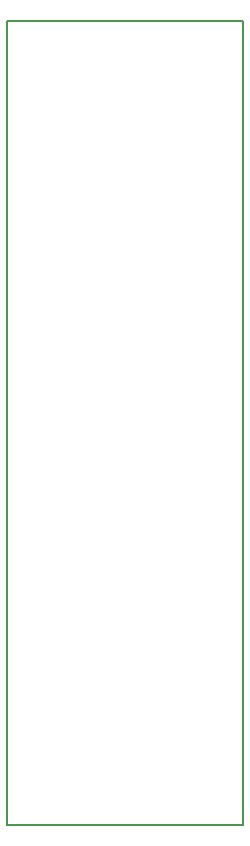
<source format=gm1>
G04 #@! TF.FileFunction,Profile,NP*
%FSLAX46Y46*%
G04 Gerber Fmt 4.6, Leading zero omitted, Abs format (unit mm)*
G04 Created by KiCad (PCBNEW 4.1.0-alpha+201605071002+6776~44~ubuntu14.04.1-product) date Wed 29 Jun 2016 00:07:10 BST*
%MOMM*%
%LPD*%
G01*
G04 APERTURE LIST*
%ADD10C,0.100000*%
%ADD11C,0.150000*%
G04 APERTURE END LIST*
D10*
D11*
X166000000Y-130000000D02*
X146000000Y-130000000D01*
X146000000Y-61900000D02*
X166000000Y-61900000D01*
X166000000Y-61900000D02*
X166000000Y-130000000D01*
X146000000Y-130000000D02*
X146000000Y-61900000D01*
M02*

</source>
